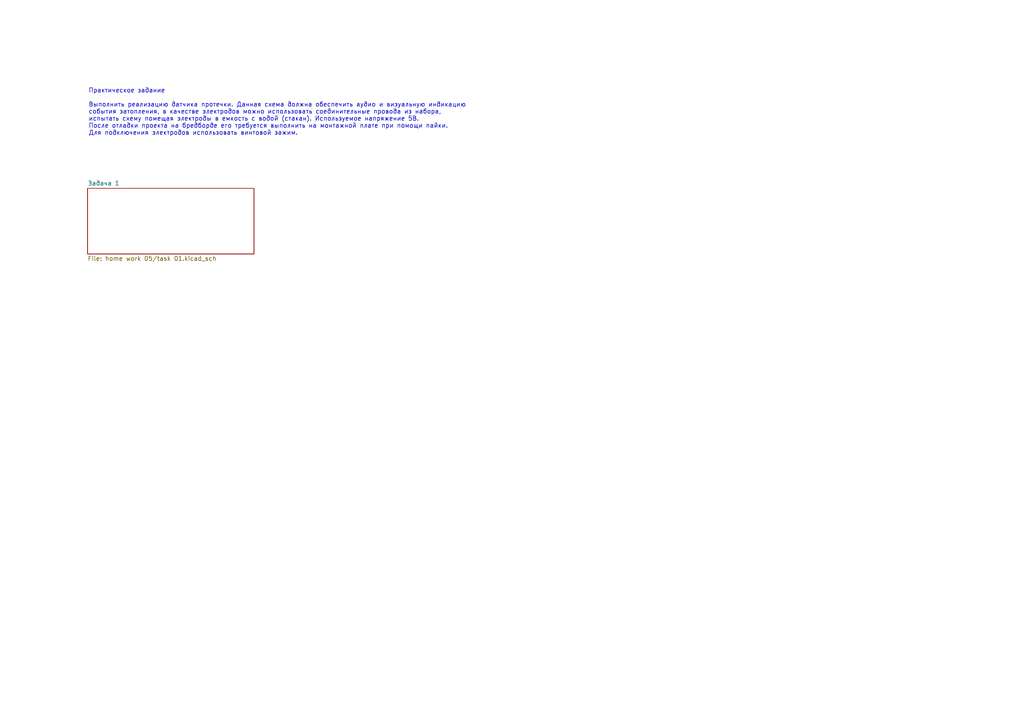
<source format=kicad_sch>
(kicad_sch
	(version 20231120)
	(generator "eeschema")
	(generator_version "8.0")
	(uuid "9a82eafe-f5b3-4471-a454-b226d420650c")
	(paper "A4")
	(lib_symbols)
	(text "Практическое задание\n\nВыполнить реализацию датчика протечки. Данная схема должна обеспечить аудио и визуальную индикацию\nсобытия затопления, в качестве электродов можно использовать соединительные провода из набора, \nиспытать схему помещая электроды в емкость с водой (стакан). Используемое напряжение 5В. \nПосле отладки проекта на бредборде его требуется выполнить на монтажной плате при помощи пайки. \nДля подключения электродов использовать винтовой зажим."
		(exclude_from_sim no)
		(at 25.654 25.654 0)
		(effects
			(font
				(size 1.27 1.27)
			)
			(justify left top)
		)
		(uuid "455d2dc5-c8b5-42c9-82de-717c364baf63")
	)
	(sheet
		(at 25.4 54.61)
		(size 48.26 19.05)
		(fields_autoplaced yes)
		(stroke
			(width 0.1524)
			(type solid)
		)
		(fill
			(color 0 0 0 0.0000)
		)
		(uuid "f30ca6f0-a1c8-47d2-88e4-b0874d18b589")
		(property "Sheetname" "Задача 1"
			(at 25.4 53.8984 0)
			(effects
				(font
					(size 1.27 1.27)
				)
				(justify left bottom)
			)
		)
		(property "Sheetfile" "home work 05/task 01.kicad_sch"
			(at 25.4 74.2446 0)
			(effects
				(font
					(size 1.27 1.27)
				)
				(justify left top)
			)
		)
		(instances
			(project "mipt"
				(path "/34d483ea-61c1-4e08-b30a-5dee616d4777/49d2430d-cb03-4c6f-bfa8-cf16d4996a72"
					(page "12")
				)
			)
		)
	)
)

</source>
